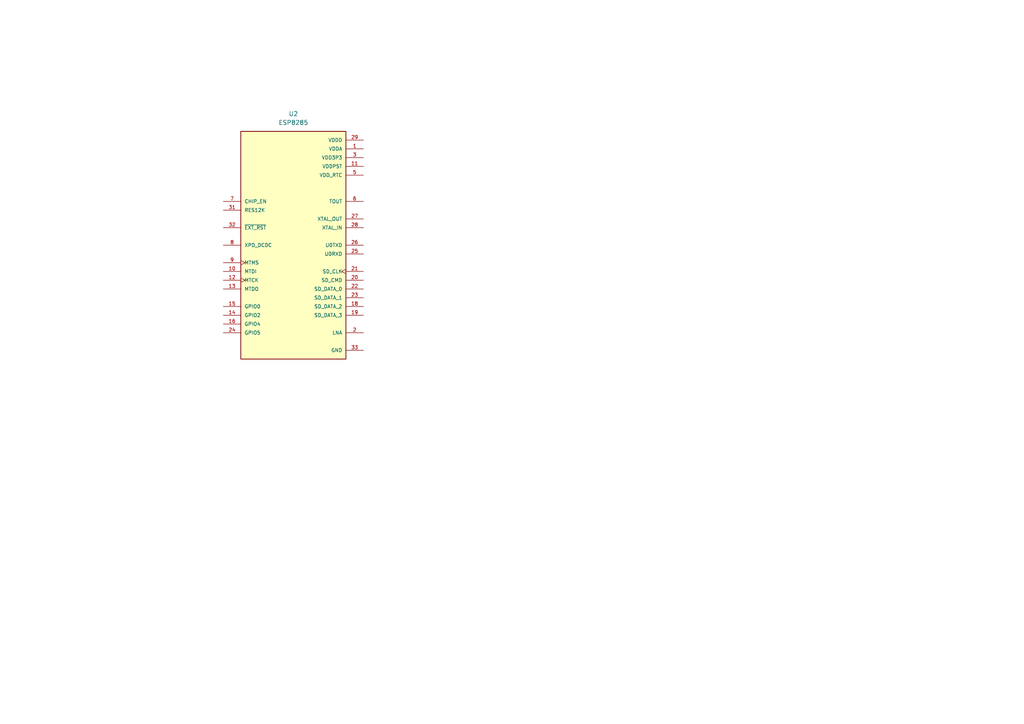
<source format=kicad_sch>
(kicad_sch (version 20250114) (generator "eeschema") (generator_version "9.0")
  (paper "A4")
  (lib_symbols
    (symbol "ESP8285:ESP8285" (pin_names (offset 1.016))
      (property "Reference" "U" (at -15.24 34.29 0))
      (property "Value" "ESP8285" (at -15.24 -34.29 0))
      (symbol "ESP8285_0_0"
        (rectangle (start -15.24 -33.02) (end 15.24 33.02) (stroke (width 0.254)) (fill (type background)))
        (pin input line (at -20.32 12.7 0) (length 5.08) (name "CHIP_EN") (number "7"))
        (pin input line (at -20.32 10.16 0) (length 5.08) (name "RES12K") (number "31"))
        (pin input line (at -20.32 5.08 0) (length 5.08) (name "~{EXT_RST}") (number "32"))
        (pin bidirectional line (at -20.32 0 0) (length 5.08) (name "XPD_DCDC") (number "8"))
        (pin bidirectional clock (at -20.32 -5.08 0) (length 5.08) (name "MTMS") (number "9"))
        (pin bidirectional line (at -20.32 -7.62 0) (length 5.08) (name "MTDI") (number "10"))
        (pin bidirectional clock (at -20.32 -10.16 0) (length 5.08) (name "MTCK") (number "12"))
        (pin bidirectional line (at -20.32 -12.7 0) (length 5.08) (name "MTDO") (number "13"))
        (pin bidirectional line (at -20.32 -17.78 0) (length 5.08) (name "GPIO0") (number "15"))
        (pin bidirectional line (at -20.32 -20.32 0) (length 5.08) (name "GPIO2") (number "14"))
        (pin bidirectional line (at -20.32 -22.86 0) (length 5.08) (name "GPIO4") (number "16"))
        (pin bidirectional line (at -20.32 -25.4 0) (length 5.08) (name "GPIO5") (number "24"))
        (pin power_in line (at 20.32 30.48 180) (length 5.08) (name "VDDD") (number "29"))
        (pin power_in line (at 20.32 27.94 180) (length 5.08) (name "VDDA") (number "1"))
        (pin power_in line (at 20.32 27.94 180) (length 5.08) (hide yes) (name "VDDA") (number "30"))
        (pin power_in line (at 20.32 25.4 180) (length 5.08) (name "VDD3P3") (number "3"))
        (pin power_in line (at 20.32 25.4 180) (length 5.08) (hide yes) (name "VDD3P3") (number "4"))
        (pin power_in line (at 20.32 22.86 180) (length 5.08) (name "VDDPST") (number "11"))
        (pin power_in line (at 20.32 22.86 180) (length 5.08) (hide yes) (name "VDDPST") (number "17"))
        (pin power_in line (at 20.32 20.32 180) (length 5.08) (name "VDD_RTC") (number "5"))
        (pin output line (at 20.32 12.7 180) (length 5.08) (name "TOUT") (number "6"))
        (pin output line (at 20.32 7.62 180) (length 5.08) (name "XTAL_OUT") (number "27"))
        (pin input line (at 20.32 5.08 180) (length 5.08) (name "XTAL_IN") (number "28"))
        (pin bidirectional line (at 20.32 0 180) (length 5.08) (name "U0TXD") (number "26"))
        (pin bidirectional line (at 20.32 -2.54 180) (length 5.08) (name "U0RXD") (number "25"))
        (pin bidirectional clock (at 20.32 -7.62 180) (length 5.08) (name "SD_CLK") (number "21"))
        (pin bidirectional line (at 20.32 -10.16 180) (length 5.08) (name "SD_CMD") (number "20"))
        (pin bidirectional line (at 20.32 -12.7 180) (length 5.08) (name "SD_DATA_0") (number "22"))
        (pin bidirectional line (at 20.32 -15.24 180) (length 5.08) (name "SD_DATA_1") (number "23"))
        (pin bidirectional line (at 20.32 -17.78 180) (length 5.08) (name "SD_DATA_2") (number "18"))
        (pin bidirectional line (at 20.32 -20.32 180) (length 5.08) (name "SD_DATA_3") (number "19"))
        (pin bidirectional line (at 20.32 -25.4 180) (length 5.08) (name "LNA") (number "2"))
        (pin power_in line (at 20.32 -30.48 180) (length 5.08) (name "GND") (number "33"))
      )
    )
  )
  (symbol (lib_id "ESP8285:ESP8285") (at 85.09 71.12 0) (unit 1)
    (property "Reference" "U2" (at 85.09 33.02 0))
    (property "Value" "ESP8285" (at 85.09 35.56 0))
    (property "Footprint" "ESP8285:QFN50P500X500X90-33N" (effects (hide yes)))
    (property "B_NOM" "0.25" (effects (hide yes)))
    (property "D_MAX" "5.05" (effects (hide yes)))
    (property "PIN_COUNT_D" "8.0" (effects (hide yes)))
    (property "Check_prices" "https://www.snapeda.com/parts/ESP8285/Espressif+Systems/view-part/?ref=eda" (effects (hide yes)))
    (property "B_MAX" "0.3" (effects (hide yes)))
    (property "Description_1" "IC RF TxRx + MCU WiFi 802.11b/g/n 2.4GHz 32-VFQFN Exposed Pad" (effects (hide yes)))
    (property "Price" "None" (effects (hide yes)))
    (property "ENOM" "0.5" (effects (hide yes)))
    (property "D_NOM" "5.0" (effects (hide yes)))
    (property "L_MAX" "0.45" (effects (hide yes)))
    (property "A_MAX" "0.9" (effects (hide yes)))
    (property "Package" "VFQFN-32 Espressif Systems" (effects (hide yes)))
    (property "E2_NOM" "3.7" (effects (hide yes)))
    (property "D2_NOM" "3.7" (effects (hide yes)))
    (property "PARTREV" "2.0" (effects (hide yes)))
    (property "SnapEDA_Link" "https://www.snapeda.com/parts/ESP8285/Espressif+Systems/view-part/?ref=snap" (effects (hide yes)))
    (property "E_NOM" "5.0" (effects (hide yes)))
    (property "B_MIN" "0.2" (effects (hide yes)))
    (property "STANDARD" "IPC 7351B" (effects (hide yes)))
    (property "L_NOM" "0.4" (effects (hide yes)))
    (property "MANUFACTURER" "Espressif" (effects (hide yes)))
    (property "MF" "Espressif Systems" (effects (hide yes)))
    (property "PIN_COUNT_E" "8.0" (effects (hide yes)))
    (property "E_MIN" "4.95" (effects (hide yes)))
    (property "D_MIN" "4.95" (effects (hide yes)))
    (property "MP" "ESP8285" (effects (hide yes)))
    (property "L_MIN" "0.35" (effects (hide yes)))
    (property "Availability" "In Stock" (effects (hide yes)))
    (property "E_MAX" "5.05" (effects (hide yes)))
  )
)
</source>
